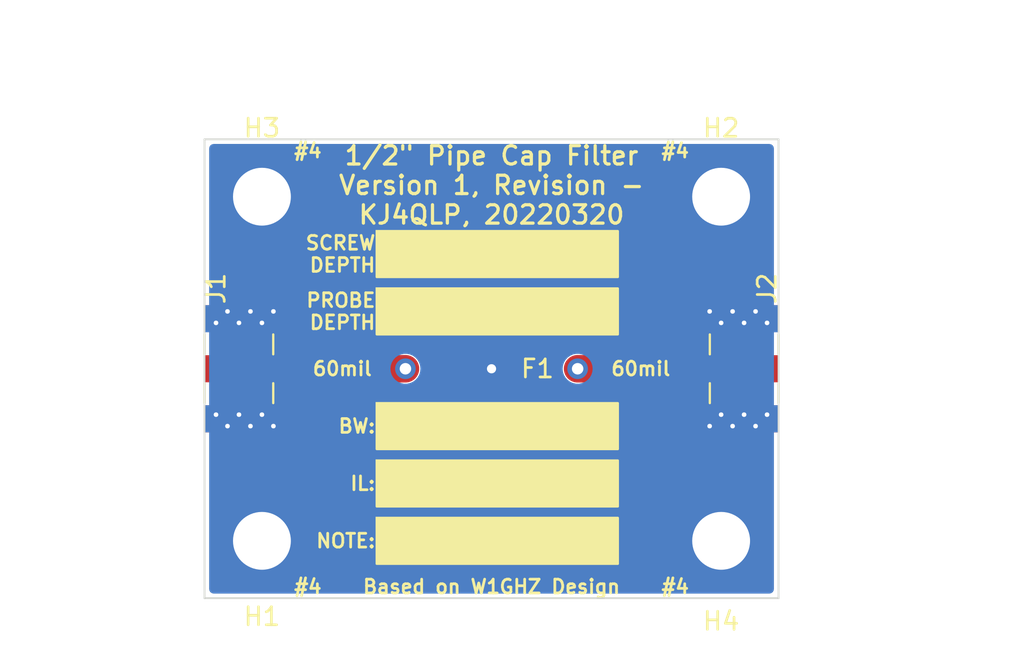
<source format=kicad_pcb>
(kicad_pcb (version 20211014) (generator pcbnew)
  (title_block (title "Pipe Cap Filter, 0.5\", V1") (date "2022-03-21") (rev "-") (company "KJ4QLP / Amateur Radio") (comment 2 "creativecommons.org/licenses/by/4.0/") (comment 3 "License: CC BY 4.0") (comment 4 "Author: Zach Leffke, KJ4QLP"))
  (layers (0 "F.Cu" signal) (31 "B.Cu" signal) (34 "B.Paste" user) (35 "F.Paste" user) (36 "B.SilkS" user "B.Silkscreen") (37 "F.SilkS" user "F.Silkscreen") (38 "B.Mask" user) (39 "F.Mask" user) (44 "Edge.Cuts" user))
  (net 0 "")
  (net 1 "/in")
  (net 2 "GND")
  (net 3 "/out")
  (footprint "MountingHole:MountingHole_3.2mm_M3_ISO7380_Pad" (layer "F.Cu") (at 155.575 98.425)
    (fp_text reference "H4" (at 0 4.445) (layer "F.SilkS"))
    (fp_text value "MountingHole_Pad")
    (pad "1" thru_hole circle (at 0 0) (size 5.7 5.7) (drill 3.2) (layers *.Cu *.Mask) (net 2 "GND"))
  )
  (footprint "MountingHole:MountingHole_3.2mm_M3_DIN965_Pad" (layer "F.Cu") (at 130.175 98.425)
    (fp_text reference "H1" (at 0 4.191) (layer "F.SilkS"))
    (fp_text value "MountingHole_Pad")
    (pad "1" thru_hole circle (at 0 0) (size 5.6 5.6) (drill 3.2) (layers *.Cu *.Mask) (net 2 "GND"))
  )
  (footprint "MountingHole:MountingHole_3.2mm_M3_DIN965_Pad" (layer "F.Cu") (at 130.175 79.375)
    (fp_text reference "H3" (at 0 -3.8) (layer "F.SilkS"))
    (fp_text value "MountingHole_Pad")
    (pad "1" thru_hole circle (at 0 0) (size 5.6 5.6) (drill 3.2) (layers *.Cu *.Mask) (net 2 "GND"))
  )
  (footprint "kj4qlp:PipeCapFilter_0.5in" (layer "F.Cu") (at 142.875 88.9)
    (fp_text reference "F1" (at 2.54 0 unlocked) (layer "F.SilkS"))
    (fp_text value "pipe_cap_filter")
    (pad "1" thru_hole circle (at -4.7625 0) (size 1.143 1.143) (drill 0.635) (layers *.Cu *.Mask) (net 1 "/in") (clearance 0.254))
    (pad "2" thru_hole circle (at 4.7625 0 15) (size 1.143 1.143) (drill 0.635) (layers *.Cu *.Mask) (net 3 "/out") (clearance 0.254))
    (pad "3" thru_hole circle (at 0 0) (size 1.016 1.016) (drill 0.508) (layers *.Cu *.Mask) (net 2 "GND") (clearance 0.254))
  )
  (footprint "kj4qlp:TAOGLAS_EMPCB.SMAFSTJ.B.HT" (layer "F.Cu") (at 158.75 88.9 90)
    (fp_text reference "J2" (at 4.445 -0.635 90) (layer "F.SilkS") (effects (font (size 1.000961 1.000961))))
    (fp_text value "OUTPUT")
    (fp_line (start -1.9 0) (end -0.8 0) (layer "F.SilkS") (width 0.127))
    (fp_line (start 0.8 -3.8) (end 1.9 -3.8) (layer "F.SilkS") (width 0.127))
    (fp_line (start -1.9 -3.8) (end -0.8 -3.8) (layer "F.SilkS") (width 0.127))
    (fp_line (start 0.8 0) (end 1.9 0) (layer "F.SilkS") (width 0.127))
    (pad "1" smd rect (at 0 -2.28 90) (size 1.5 4.56) (layers "F.Cu" "F.Paste" "F.Mask") (net 3 "/out"))
    (pad "2" smd rect (at -2.77 -2.28 90) (size 1.5 4.56) (layers "F.Cu" "F.Paste" "F.Mask") (net 2 "GND"))
    (pad "2" smd rect (at -2.77 -2.28 90) (size 1.5 4.56) (layers "B.Cu" "B.Paste" "B.Mask") (net 2 "GND"))
    (pad "2" smd rect (at 2.77 -2.28 90) (size 1.5 4.56) (layers "B.Cu" "B.Paste" "B.Mask") (net 2 "GND"))
    (pad "2" smd rect (at 2.77 -2.28 90) (size 1.5 4.56) (layers "F.Cu" "F.Paste" "F.Mask") (net 2 "GND"))
  )
  (footprint "MountingHole:MountingHole_3.2mm_M3_DIN965_Pad" (layer "F.Cu") (at 155.575 79.375)
    (fp_text reference "H2" (at 0 -3.8) (layer "F.SilkS"))
    (fp_text value "MountingHole_Pad")
    (pad "1" thru_hole circle (at 0 0) (size 5.6 5.6) (drill 3.2) (layers *.Cu *.Mask) (net 2 "GND"))
  )
  (footprint "kj4qlp:TAOGLAS_EMPCB.SMAFSTJ.B.HT" (layer "F.Cu") (at 127 88.9 -90)
    (fp_text reference "J1" (at -4.445 -0.635 -90) (layer "F.SilkS") (effects (font (size 1.000961 1.000961))))
    (fp_text value "INPUT")
    (fp_line (start -1.9 0) (end -0.8 0) (layer "F.SilkS") (width 0.127))
    (fp_line (start 0.8 0) (end 1.9 0) (layer "F.SilkS") (width 0.127))
    (fp_line (start 0.8 -3.8) (end 1.9 -3.8) (layer "F.SilkS") (width 0.127))
    (fp_line (start -1.9 -3.8) (end -0.8 -3.8) (layer "F.SilkS") (width 0.127))
    (pad "1" smd rect (at 0 -2.28 270) (size 1.5 4.56) (layers "F.Cu" "F.Paste" "F.Mask") (net 1 "/in"))
    (pad "2" smd rect (at -2.77 -2.28 270) (size 1.5 4.56) (layers "B.Cu" "B.Paste" "B.Mask") (net 2 "GND"))
    (pad "2" smd rect (at -2.77 -2.28 270) (size 1.5 4.56) (layers "F.Cu" "F.Paste" "F.Mask") (net 2 "GND"))
    (pad "2" smd rect (at 2.77 -2.28 270) (size 1.5 4.56) (layers "F.Cu" "F.Paste" "F.Mask") (net 2 "GND"))
    (pad "2" smd rect (at 2.77 -2.28 270) (size 1.5 4.56) (layers "B.Cu" "B.Paste" "B.Mask") (net 2 "GND"))
  )
  (gr_rect (start 136.525 83.82) (end 149.86 81.28) (layer "F.SilkS") (width 0.127) (fill solid))
  (gr_rect (start 136.525 96.52) (end 149.86 93.98) (layer "F.SilkS") (width 0.127) (fill solid))
  (gr_rect (start 136.525 86.995) (end 149.86 84.455) (layer "F.SilkS") (width 0.127) (fill solid))
  (gr_rect (start 136.525 93.345) (end 149.86 90.805) (layer "F.SilkS") (width 0.127) (fill solid))
  (gr_rect (start 136.525 99.695) (end 149.86 97.155) (layer "F.SilkS") (width 0.127) (fill solid))
  (gr_line (start 127 101.6) (end 127 76.2) (layer "Edge.Cuts") (width 0.1))
  (gr_line (start 158.75 76.2) (end 158.75 101.6) (layer "Edge.Cuts") (width 0.1))
  (gr_line (start 127 76.2) (end 158.75 76.2) (layer "Edge.Cuts") (width 0.1))
  (gr_line (start 158.75 101.6) (end 127 101.6) (layer "Edge.Cuts") (width 0.1))
  (gr_text "IL:" (at 136.525 95.25) (layer "F.SilkS") (effects (font (size 0.762 0.762) (thickness 0.1524)) (justify right)))
  (gr_text "NOTE:" (at 136.525 98.425) (layer "F.SilkS") (effects (font (size 0.762 0.762) (thickness 0.1524)) (justify right)))
  (gr_text "60mil" (at 151.13 88.9) (layer "F.SilkS") (effects (font (size 0.762 0.762) (thickness 0.1524))))
  (gr_text "BW:" (at 136.525 92.075) (layer "F.SilkS") (effects (font (size 0.762 0.762) (thickness 0.1524)) (justify right)))
  (gr_text "1/2{dblquote} Pipe Cap Filter\nVersion 1, Revision -\nKJ4QLP, 20220320" (at 142.875 78.74) (layer "F.SilkS") (effects (font (size 1.016 1.016) (thickness 0.1778))))
  (gr_text "#4" (at 132.715 76.835) (layer "F.SilkS") (effects (font (size 0.762 0.762) (thickness 0.1524))))
  (gr_text "#4" (at 132.715 100.965) (layer "F.SilkS") (effects (font (size 0.762 0.762) (thickness 0.1524))))
  (gr_text "#4" (at 153.035 100.965) (layer "F.SilkS") (effects (font (size 0.762 0.762) (thickness 0.1524))))
  (gr_text "SCREW\nDEPTH" (at 136.525 82.55) (layer "F.SilkS") (effects (font (size 0.762 0.762) (thickness 0.1524)) (justify right)))
  (gr_text "60mil" (at 134.62 88.9) (layer "F.SilkS") (effects (font (size 0.762 0.762) (thickness 0.1524))))
  (gr_text "Based on W1GHZ Design" (at 142.875 100.965) (layer "F.SilkS") (effects (font (size 0.762 0.762) (thickness 0.1524))))
  (gr_text "#4" (at 153.035 76.835) (layer "F.SilkS") (effects (font (size 0.762 0.762) (thickness 0.1524))))
  (gr_text "PROBE\nDEPTH" (at 136.525 85.725) (layer "F.SilkS") (effects (font (size 0.762 0.762) (thickness 0.1524)) (justify right)))
  (segment (start 129.280006 88.9) (end 138.1125 88.9) (width 1.524) (layer "F.Cu") (net 1))
  (via (at 158.115 86.36) (size 0.508) (drill 0.254) (layers "F.Cu" "B.Cu") (net 2))
  (via (at 156.845 91.44) (size 0.508) (drill 0.254) (layers "F.Cu" "B.Cu") (net 2))
  (via (at 154.94 85.725) (size 0.508) (drill 0.254) (layers "F.Cu" "B.Cu") (net 2))
  (via (at 128.905 91.44) (size 0.508) (drill 0.254) (layers "F.Cu" "B.Cu") (net 2))
  (via (at 158.115 91.44) (size 0.508) (drill 0.254) (layers "F.Cu" "B.Cu") (net 2))
  (via (at 127.635 86.36) (size 0.508) (drill 0.254) (layers "F.Cu" "B.Cu") (net 2))
  (via (at 127.635 91.44) (size 0.508) (drill 0.254) (layers "F.Cu" "B.Cu") (net 2))
  (via (at 129.54 85.725) (size 0.508) (drill 0.254) (layers "F.Cu" "B.Cu") (net 2))
  (via (at 155.575 91.44) (size 0.508) (drill 0.254) (layers "F.Cu" "B.Cu") (net 2))
  (via (at 130.81 92.075) (size 0.508) (drill 0.254) (layers "F.Cu" "B.Cu") (net 2))
  (via (at 156.21 92.075) (size 0.508) (drill 0.254) (layers "F.Cu" "B.Cu") (net 2))
  (via (at 130.81 85.725) (size 0.508) (drill 0.254) (layers "F.Cu" "B.Cu") (net 2))
  (via (at 155.575 86.36) (size 0.508) (drill 0.254) (layers "F.Cu" "B.Cu") (net 2))
  (via (at 157.48 92.075) (size 0.508) (drill 0.254) (layers "F.Cu" "B.Cu") (net 2))
  (via (at 130.175 91.44) (size 0.508) (drill 0.254) (layers "F.Cu" "B.Cu") (net 2))
  (via (at 156.845 86.36) (size 0.508) (drill 0.254) (layers "F.Cu" "B.Cu") (net 2))
  (via (at 128.905 86.36) (size 0.508) (drill 0.254) (layers "F.Cu" "B.Cu") (net 2))
  (via (at 130.175 86.36) (size 0.508) (drill 0.254) (layers "F.Cu" "B.Cu") (net 2))
  (via (at 154.94 92.075) (size 0.508) (drill 0.254) (layers "F.Cu" "B.Cu") (net 2))
  (via (at 128.27 85.725) (size 0.508) (drill 0.254) (layers "F.Cu" "B.Cu") (net 2))
  (via (at 157.48 85.725) (size 0.508) (drill 0.254) (layers "F.Cu" "B.Cu") (net 2))
  (via (at 156.21 85.725) (size 0.508) (drill 0.254) (layers "F.Cu" "B.Cu") (net 2))
  (via (at 128.27 92.075) (size 0.508) (drill 0.254) (layers "F.Cu" "B.Cu") (net 2))
  (via (at 129.54 92.075) (size 0.508) (drill 0.254) (layers "F.Cu" "B.Cu") (net 2))
  (segment (start 147.6375 88.9) (end 156.47 88.9) (width 1.524) (layer "F.Cu") (net 3))
  (zone (net 2) (net_name "GND") (layer "B.Cu") (connect_pads yes (clearance 0.254)) (min_thickness 0.508) (fill yes (thermal_gap 0.508) (thermal_bridge_width 0.508))
    (polygon (pts (xy 158.75 101.6) (xy 127 101.6) (xy 127 76.2) (xy 158.75 76.2)))
  )
)
</source>
